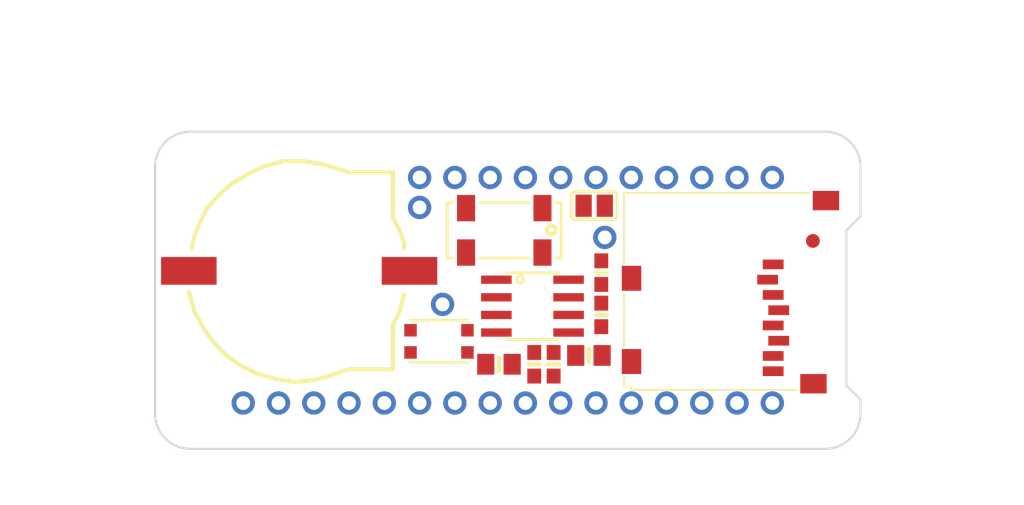
<source format=kicad_pcb>
(kicad_pcb (version 20221018) (generator pcbnew)
  (layers (0 "F.Cu" signal "Top") (31 "B.Cu" signal "Bottom") (34 "B.Paste" user) (35 "F.Paste" user) (36 "B.SilkS" user "B.Silkscreen") (37 "F.SilkS" user "F.Silkscreen") (38 "B.Mask" user) (39 "F.Mask" user) (44 "Edge.Cuts" user))
  (net 0 "")
  (net 1 "G")
  (net 2 "TX")
  (net 3 "RX")
  (net 4 "F")
  (net 5 "E")
  (net 6 "D")
  (net 7 "C")
  (net 8 "B")
  (net 9 "A")
  (net 10 "AREF")
  (net 11 "USB")
  (net 12 "N")
  (net 13 "M")
  (net 14 "L")
  (net 15 "J")
  (net 16 "I")
  (net 17 "H")
  (net 18 "SCL")
  (net 19 "SDA")
  (net 20 "GND")
  (net 21 "MOSI")
  (net 22 "MISO")
  (net 23 "SCK")
  (net 24 "+3V3")
  (net 25 "SD_CS")
  (net 26 "RESET")
  (net 27 "N$7")
  (net 28 "N$8")
  (net 29 "VBAT")
  (net 30 "EN")
  (net 31 "CR1220")
  (net 32 "INT1")
  (net 33 "CS")
  (net 34 "N$1")
  (footprint "MICROSD" (layer "F.Cu") (at 167.132 105.156 90)
    (fp_text reference "X4" hide)
    (fp_text value "microsd" hide)
    (fp_line (start -7.035 -9.76) (end -7.035 2.19) (stroke (width 0.127)) (layer "F.SilkS"))
    (fp_line (start -6.785 -10.26) (end -6.785 -9.76) (stroke (width 0.127)) (layer "F.SilkS"))
    (fp_line (start -6.785 -9.76) (end -7.035 -9.76) (stroke (width 0.127)) (layer "F.SilkS"))
    (fp_line (start -6.135 -10.26) (end -6.785 -10.26) (stroke (width 0.127)) (layer "F.SilkS"))
    (fp_line (start -3.835 -10.26) (end -0.135 -10.26) (stroke (width 0.127)) (layer "F.SilkS"))
    (fp_line (start 2.115 -10.26) (end 7.165 -10.26) (stroke (width 0.127)) (layer "F.SilkS"))
    (fp_line (start 7.165 -10.26) (end 7.165 3.09) (stroke (width 0.127)) (layer "F.SilkS"))
    (pad "1" smd rect locked (at 2.015 0.48 90) (size 0.7 1.5) (layers "F.Cu" "F.Paste" "F.Mask"))
    (pad "2" smd rect locked (at 0.915 0.08 90) (size 0.7 1.5) (layers "F.Cu" "F.Paste" "F.Mask") (net 25 "SD_CS"))
    (pad "3" smd rect locked (at -0.185 0.48 90) (size 0.7 1.5) (layers "F.Cu" "F.Paste" "F.Mask") (net 21 "MOSI"))
    (pad "4" smd rect locked (at -1.285 0.88 90) (size 0.7 1.5) (layers "F.Cu" "F.Paste" "F.Mask") (net 24 "+3V3"))
    (pad "5" smd rect locked (at -2.385 0.48 90) (size 0.7 1.5) (layers "F.Cu" "F.Paste" "F.Mask") (net 23 "SCK"))
    (pad "6" smd rect locked (at -3.485 0.88 90) (size 0.7 1.5) (layers "F.Cu" "F.Paste" "F.Mask") (net 20 "GND"))
    (pad "7" smd rect locked (at -4.585 0.48 90) (size 0.7 1.5) (layers "F.Cu" "F.Paste" "F.Mask") (net 22 "MISO"))
    (pad "8" smd rect locked (at -5.685 0.48 90) (size 0.7 1.5) (layers "F.Cu" "F.Paste" "F.Mask"))
    (pad "CD1" smd rect locked (at -4.985 -9.72 180) (size 1.4 1.8) (layers "F.Cu" "F.Paste" "F.Mask"))
    (pad "CD2" smd rect locked (at 1.015 -9.72 180) (size 1.4 1.8) (layers "F.Cu" "F.Paste" "F.Mask"))
    (pad "MT1" smd rect locked (at -6.585 3.38 90) (size 1.4 1.9) (layers "F.Cu" "F.Paste" "F.Mask") (net 20 "GND"))
    (pad "MT2" smd rect locked (at 6.615 4.28 90) (size 1.4 1.9) (layers "F.Cu" "F.Paste" "F.Mask") (net 20 "GND"))
  )
  (footprint "BTN_KMR2_4.6X2.8" (layer "F.Cu") (at 143.5481 108.6866 180)
    (fp_text reference "SW1" hide)
    (fp_text value "KMR2" hide)
    (fp_line (start -2.1 -1.5254) (end 2.1 -1.5254) (stroke (width 0.2032)) (layer "F.SilkS"))
    (fp_line (start 2.1 1.5254) (end -2.1 1.5254) (stroke (width 0.2032)) (layer "F.SilkS"))
    (pad "A" smd rect (at 2.05 -0.8 180) (size 0.9 0.9) (layers "F.Cu" "F.Paste" "F.Mask") (net 20 "GND"))
    (pad "A'" smd rect (at -2.05 -0.8 180) (size 0.9 0.9) (layers "F.Cu" "F.Paste" "F.Mask") (net 20 "GND"))
    (pad "B" smd rect (at 2.05 0.8 180) (size 0.9 0.9) (layers "F.Cu" "F.Paste" "F.Mask") (net 26 "RESET"))
    (pad "B'" smd rect (at -2.05 0.8 180) (size 0.9 0.9) (layers "F.Cu" "F.Paste" "F.Mask") (net 26 "RESET"))
  )
  (footprint "SOIC8_150MIL" (layer "F.Cu") (at 150.2791 106.1466 -90)
    (fp_text reference "IC1" hide)
    (fp_text value "PCF8523T" hide)
    (fp_line (start -2.4 1.9) (end -2.4 -1.9) (stroke (width 0.2032)) (layer "F.SilkS"))
    (fp_line (start 2.4 -1.9) (end 2.4 1.9) (stroke (width 0.2032)) (layer "F.SilkS"))
    (fp_circle (center -1.9304 0.889) (end -1.6764 0.889) (stroke (width 0.2032)) (fill none) (layer "F.SilkS"))
    (pad "1" smd rect (at -1.905 2.6 270) (size 0.6 2.2) (layers "F.Cu" "F.Paste" "F.Mask") (net 27 "N$7"))
    (pad "2" smd rect (at -0.635 2.6 270) (size 0.6 2.2) (layers "F.Cu" "F.Paste" "F.Mask") (net 28 "N$8"))
    (pad "3" smd rect (at 0.635 2.6 270) (size 0.6 2.2) (layers "F.Cu" "F.Paste" "F.Mask") (net 31 "CR1220"))
    (pad "4" smd rect (at 1.905 2.6 270) (size 0.6 2.2) (layers "F.Cu" "F.Paste" "F.Mask") (net 20 "GND"))
    (pad "5" smd rect (at 1.905 -2.6 270) (size 0.6 2.2) (layers "F.Cu" "F.Paste" "F.Mask") (net 19 "SDA"))
    (pad "6" smd rect (at 0.635 -2.6 270) (size 0.6 2.2) (layers "F.Cu" "F.Paste" "F.Mask") (net 18 "SCL"))
    (pad "7" smd rect (at -0.635 -2.6 270) (size 0.6 2.2) (layers "F.Cu" "F.Paste" "F.Mask") (net 32 "INT1"))
    (pad "8" smd rect (at -1.905 -2.6 270) (size 0.6 2.2) (layers "F.Cu" "F.Paste" "F.Mask") (net 34 "N$1"))
  )
  (footprint "CRYSTAL_8X3.8" (layer "F.Cu") (at 148.2471 100.6856)
    (fp_text reference "Y1" hide)
    (fp_text value "32khz" hide)
    (fp_line (start -4.1 -2) (end -4.1 2) (stroke (width 0.2032)) (layer "F.SilkS"))
    (fp_line (start -4.1 2) (end -3.7 2) (stroke (width 0.2032)) (layer "F.SilkS"))
    (fp_line (start -3.7 -2) (end -4.1 -2) (stroke (width 0.2032)) (layer "F.SilkS"))
    (fp_line (start -1.8 -2) (end 1.8 -2) (stroke (width 0.2032)) (layer "F.SilkS"))
    (fp_line (start -1.8 2) (end 1.8 2) (stroke (width 0.2032)) (layer "F.SilkS"))
    (fp_line (start 3.7 -2) (end 4.1 -2) (stroke (width 0.2032)) (layer "F.SilkS"))
    (fp_line (start 4.1 -2) (end 4.1 2) (stroke (width 0.2032)) (layer "F.SilkS"))
    (fp_line (start 4.1 2) (end 3.7 2) (stroke (width 0.2032)) (layer "F.SilkS"))
    (fp_circle (center 3.3782 -0.0254) (end 3.701487 -0.0254) (stroke (width 0.3048)) (fill none) (layer "F.SilkS"))
    (pad "P$1" smd rect (at -2.75 1.6) (size 1.3 1.9) (layers "F.Cu" "F.Paste" "F.Mask") (net 28 "N$8"))
    (pad "P$2" smd rect (at 2.75 1.6) (size 1.3 1.9) (layers "F.Cu" "F.Paste" "F.Mask"))
    (pad "P$3" smd rect (at 2.75 -1.6) (size 1.3 1.9) (layers "F.Cu" "F.Paste" "F.Mask"))
    (pad "P$4" smd rect (at -2.75 -1.6) (size 1.3 1.9) (layers "F.Cu" "F.Paste" "F.Mask") (net 27 "N$7"))
  )
  (footprint "0603-NO" (layer "F.Cu") (at 151.8031 110.3376 -90)
    (fp_text reference "R1" hide)
    (fp_text value "10K" hide)
    (fp_line (start 0 -0.4) (end 0 0.4) (stroke (width 0.3048)) (layer "F.SilkS"))
    (pad "1" smd rect (at -0.85 0 270) (size 1.075 1) (layers "F.Cu" "F.Paste" "F.Mask") (net 19 "SDA"))
    (pad "2" smd rect (at 0.85 0 270) (size 1.075 1) (layers "F.Cu" "F.Paste" "F.Mask") (net 24 "+3V3"))
  )
  (footprint "0603-NO" (layer "F.Cu") (at 150.4061 110.3376 -90)
    (fp_text reference "R2" hide)
    (fp_text value "10K" hide)
    (fp_line (start 0 -0.4) (end 0 0.4) (stroke (width 0.3048)) (layer "F.SilkS"))
    (pad "1" smd rect (at -0.85 0 270) (size 1.075 1) (layers "F.Cu" "F.Paste" "F.Mask") (net 18 "SCL"))
    (pad "2" smd rect (at 0.85 0 270) (size 1.075 1) (layers "F.Cu" "F.Paste" "F.Mask") (net 24 "+3V3"))
  )
  (footprint "0603-NO" (layer "F.Cu") (at 155.2321 103.7336 -90)
    (fp_text reference "R3" hide)
    (fp_text value "100K" hide)
    (fp_line (start 0 -0.4) (end 0 0.4) (stroke (width 0.3048)) (layer "F.SilkS"))
    (pad "1" smd rect (at -0.85 0 270) (size 1.075 1) (layers "F.Cu" "F.Paste" "F.Mask") (net 25 "SD_CS"))
    (pad "2" smd rect (at 0.85 0 270) (size 1.075 1) (layers "F.Cu" "F.Paste" "F.Mask") (net 24 "+3V3"))
  )
  (footprint "CR1220-2" (layer "F.Cu") (at 133.1341 103.6066)
    (fp_text reference "B1" hide)
    (fp_text value "cr1220" hide)
    (fp_line (start -7.6 1.5) (end -7.2 2.9) (stroke (width 0.3048)) (layer "F.SilkS"))
    (fp_line (start -7.4 -1.6) (end -7.2 -2.5) (stroke (width 0.3048)) (layer "F.SilkS"))
    (fp_line (start -7.2 -2.5) (end -6.8 -3.5) (stroke (width 0.3048)) (layer "F.SilkS"))
    (fp_line (start -7.2 2.9) (end -6.5 4.2) (stroke (width 0.3048)) (layer "F.SilkS"))
    (fp_line (start -6.8 -3.5) (end -6.3 -4.5) (stroke (width 0.3048)) (layer "F.SilkS"))
    (fp_line (start -6.5 4.2) (end -5.7 5.3) (stroke (width 0.3048)) (layer "F.SilkS"))
    (fp_line (start -6.3 -4.5) (end -5.4 -5.5) (stroke (width 0.3048)) (layer "F.SilkS"))
    (fp_line (start -5.7 5.3) (end -4.9 6.1) (stroke (width 0.3048)) (layer "F.SilkS"))
    (fp_line (start -5.4 -5.5) (end -4.5 -6.3) (stroke (width 0.3048)) (layer "F.SilkS"))
    (fp_line (start -4.9 6.1) (end -3.9 6.8) (stroke (width 0.3048)) (layer "F.SilkS"))
    (fp_line (start -4.5 -6.3) (end -3.3 -7) (stroke (width 0.3048)) (layer "F.SilkS"))
    (fp_line (start -3.9 6.8) (end -2.7 7.4) (stroke (width 0.3048)) (layer "F.SilkS"))
    (fp_line (start -3.3 -7) (end -2.3 -7.5) (stroke (width 0.3048)) (layer "F.SilkS"))
    (fp_line (start -2.7 7.4) (end -1.3 7.8) (stroke (width 0.3048)) (layer "F.SilkS"))
    (fp_line (start -2.3 -7.5) (end -0.8 -7.9) (stroke (width 0.3048)) (layer "F.SilkS"))
    (fp_line (start -1.3 7.8) (end 0 8) (stroke (width 0.3048)) (layer "F.SilkS"))
    (fp_line (start -0.8 -7.9) (end 0.7 -7.9) (stroke (width 0.3048)) (layer "F.SilkS"))
    (fp_line (start 0 8) (end 1.2 7.9) (stroke (width 0.3048)) (layer "F.SilkS"))
    (fp_line (start 0.7 -7.9) (end 2 -7.7) (stroke (width 0.3048)) (layer "F.SilkS"))
    (fp_line (start 1.2 7.9) (end 2.5 7.6) (stroke (width 0.3048)) (layer "F.SilkS"))
    (fp_line (start 2 -7.7) (end 3.9 -7.1) (stroke (width 0.3048)) (layer "F.SilkS"))
    (fp_line (start 2.4 7.6) (end 3.9 7.1) (stroke (width 0.3048)) (layer "F.SilkS"))
    (fp_line (start 3.95 -7.1) (end 7.1 -7.1) (stroke (width 0.3048)) (layer "F.SilkS"))
    (fp_line (start 3.95 7.1) (end 7.1 7.1) (stroke (width 0.3048)) (layer "F.SilkS"))
    (fp_line (start 7.1 -7.1) (end 7.1 -3.8) (stroke (width 0.3048)) (layer "F.SilkS"))
    (fp_line (start 7.1 -3.8) (end 7.6 -2.9) (stroke (width 0.3048)) (layer "F.SilkS"))
    (fp_line (start 7.1 3.9) (end 7.6 2.9) (stroke (width 0.3048)) (layer "F.SilkS"))
    (fp_line (start 7.1 7.1) (end 7.1 3.9) (stroke (width 0.3048)) (layer "F.SilkS"))
    (fp_line (start 7.6 -2.9) (end 7.9 -2) (stroke (width 0.3048)) (layer "F.SilkS"))
    (fp_line (start 7.6 2.9) (end 7.9 1.7) (stroke (width 0.3048)) (layer "F.SilkS"))
    (fp_line (start 7.9 -2) (end 7.9 -1.6) (stroke (width 0.3048)) (layer "F.SilkS"))
    (pad "" np_thru_hole circle locked (at -3.5 0) (size 1.5 1.5) (drill 1.5) (layers "*.Cu" "*.Mask"))
    (pad "" np_thru_hole circle locked (at 3.95 0) (size 1.5 1.5) (drill 1.5) (layers "*.Cu" "*.Mask"))
    (pad "+" smd rect locked (at 8.29 0) (size 4 2) (layers "F.Cu" "F.Paste" "F.Mask") (net 31 "CR1220"))
    (pad "-" smd rect locked (at -7.6 0) (size 4 2) (layers "F.Cu" "F.Paste" "F.Mask") (net 20 "GND"))
  )
  (footprint "0805-NO" (layer "F.Cu") (at 154.3431 109.7026 180)
    (fp_text reference "C1" hide)
    (fp_text value "10uF" hide)
    (fp_line (start 0 -0.508) (end 0 0.508) (stroke (width 0.3048)) (layer "F.SilkS"))
    (pad "1" smd rect (at -0.95 0 180) (size 1.24 1.5) (layers "F.Cu" "F.Paste" "F.Mask") (net 34 "N$1"))
    (pad "2" smd rect (at 0.95 0 180) (size 1.24 1.5) (layers "F.Cu" "F.Paste" "F.Mask") (net 20 "GND"))
  )
  (footprint "1X11_ROUND" (layer "F.Cu") (at 154.8511 96.8756)
    (fp_text reference "JP1" hide)
    (fp_text value "")
    (pad "1" thru_hole circle locked (at -12.7 0 90) (size 1.6764 1.6764) (drill 1) (layers "*.Cu" "*.Mask") (net 30 "EN"))
    (pad "2" thru_hole circle locked (at -10.16 0 90) (size 1.6764 1.6764) (drill 1) (layers "*.Cu" "*.Mask") (net 11 "USB"))
    (pad "3" thru_hole circle locked (at -7.62 0 90) (size 1.6764 1.6764) (drill 1) (layers "*.Cu" "*.Mask") (net 12 "N"))
    (pad "4" thru_hole circle locked (at -5.08 0 90) (size 1.6764 1.6764) (drill 1) (layers "*.Cu" "*.Mask") (net 13 "M"))
    (pad "5" thru_hole circle locked (at -2.54 0 90) (size 1.6764 1.6764) (drill 1) (layers "*.Cu" "*.Mask") (net 14 "L"))
    (pad "6" thru_hole circle locked (at 0 0 90) (size 1.6764 1.6764) (drill 1) (layers "*.Cu" "*.Mask") (net 33 "CS"))
    (pad "7" thru_hole circle locked (at 2.54 0 90) (size 1.6764 1.6764) (drill 1) (layers "*.Cu" "*.Mask") (net 15 "J"))
    (pad "8" thru_hole circle locked (at 5.08 0 90) (size 1.6764 1.6764) (drill 1) (layers "*.Cu" "*.Mask") (net 16 "I"))
    (pad "9" thru_hole circle locked (at 7.62 0 90) (size 1.6764 1.6764) (drill 1) (layers "*.Cu" "*.Mask") (net 17 "H"))
    (pad "10" thru_hole circle locked (at 10.16 0 90) (size 1.6764 1.6764) (drill 1) (layers "*.Cu" "*.Mask") (net 18 "SCL"))
    (pad "11" thru_hole circle locked (at 12.7 0 90) (size 1.6764 1.6764) (drill 1) (layers "*.Cu" "*.Mask") (net 19 "SDA"))
  )
  (footprint "1X16_ROUND" (layer "F.Cu") (at 148.5011 113.1316 180)
    (fp_text reference "JP2" hide)
    (fp_text value "")
    (pad "1" thru_hole circle locked (at -19.05 0 270) (size 1.6764 1.6764) (drill 1) (layers "*.Cu" "*.Mask") (net 1 "G"))
    (pad "2" thru_hole circle locked (at -16.51 0 270) (size 1.6764 1.6764) (drill 1) (layers "*.Cu" "*.Mask") (net 2 "TX"))
    (pad "3" thru_hole circle locked (at -13.97 0 270) (size 1.6764 1.6764) (drill 1) (layers "*.Cu" "*.Mask") (net 3 "RX"))
    (pad "4" thru_hole circle locked (at -11.43 0 270) (size 1.6764 1.6764) (drill 1) (layers "*.Cu" "*.Mask") (net 22 "MISO"))
    (pad "5" thru_hole circle locked (at -8.89 0 270) (size 1.6764 1.6764) (drill 1) (layers "*.Cu" "*.Mask") (net 21 "MOSI"))
    (pad "6" thru_hole circle locked (at -6.35 0 270) (size 1.6764 1.6764) (drill 1) (layers "*.Cu" "*.Mask") (net 23 "SCK"))
    (pad "7" thru_hole circle locked (at -3.81 0 270) (size 1.6764 1.6764) (drill 1) (layers "*.Cu" "*.Mask") (net 4 "F"))
    (pad "8" thru_hole circle locked (at -1.27 0 270) (size 1.6764 1.6764) (drill 1) (layers "*.Cu" "*.Mask") (net 5 "E"))
    (pad "9" thru_hole circle locked (at 1.27 0 270) (size 1.6764 1.6764) (drill 1) (layers "*.Cu" "*.Mask") (net 6 "D"))
    (pad "10" thru_hole circle locked (at 3.81 0 270) (size 1.6764 1.6764) (drill 1) (layers "*.Cu" "*.Mask") (net 7 "C"))
    (pad "11" thru_hole circle locked (at 6.35 0 270) (size 1.6764 1.6764) (drill 1) (layers "*.Cu" "*.Mask") (net 8 "B"))
    (pad "12" thru_hole circle locked (at 8.89 0 270) (size 1.6764 1.6764) (drill 1) (layers "*.Cu" "*.Mask") (net 9 "A"))
    (pad "13" thru_hole circle locked (at 11.43 0 270) (size 1.6764 1.6764) (drill 1) (layers "*.Cu" "*.Mask") (net 20 "GND"))
    (pad "14" thru_hole circle locked (at 13.97 0 270) (size 1.6764 1.6764) (drill 1) (layers "*.Cu" "*.Mask") (net 10 "AREF"))
    (pad "15" thru_hole circle locked (at 16.51 0 270) (size 1.6764 1.6764) (drill 1) (layers "*.Cu" "*.Mask") (net 24 "+3V3"))
    (pad "16" thru_hole circle locked (at 19.05 0 270) (size 1.6764 1.6764) (drill 1) (layers "*.Cu" "*.Mask") (net 26 "RESET"))
  )
  (footprint "1X01_ROUND" (layer "F.Cu") (at 142.1511 99.0346)
    (fp_text reference "JP3" hide)
    (fp_text value "")
    (pad "1" thru_hole circle locked (at 0 0 90) (size 1.6764 1.6764) (drill 1) (layers "*.Cu" "*.Mask") (net 29 "VBAT"))
  )
  (footprint "1X01_ROUND" (layer "F.Cu") (at 155.4861 101.1936)
    (fp_text reference "SDCS" hide)
    (fp_text value "")
    (pad "1" thru_hole circle (at 0 0 90) (size 1.6764 1.6764) (drill 1) (layers "*.Cu" "*.Mask") (net 25 "SD_CS"))
  )
  (footprint "SOLDERJUMPER_CLOSEDWIRE" (layer "F.Cu") (at 154.7241 98.9076)
    (fp_text reference "SJ1" hide)
    (fp_text value "")
    (fp_line (start -1.651 0.762) (end -1.651 -0.762) (stroke (width 0.2032)) (layer "F.SilkS"))
    (fp_line (start -1.397 -1.016) (end 1.397 -1.016) (stroke (width 0.2032)) (layer "F.SilkS"))
    (fp_line (start 1.397 1.016) (end -1.397 1.016) (stroke (width 0.2032)) (layer "F.SilkS"))
    (fp_line (start 1.651 0.762) (end 1.651 -0.762) (stroke (width 0.2032)) (layer "F.SilkS"))
    (fp_arc (start -1.651 -0.762) (mid -1.576605 -0.941605) (end -1.397 -1.016) (stroke (width 0.2032)) (layer "F.SilkS"))
    (fp_arc (start -1.397 1.016) (mid -1.576605 0.941605) (end -1.651 0.762) (stroke (width 0.2032)) (layer "F.SilkS"))
    (fp_arc (start 1.397 -1.016) (mid 1.576605 -0.941605) (end 1.651 -0.762) (stroke (width 0.2032)) (layer "F.SilkS"))
    (fp_arc (start 1.651 0.762) (mid 1.576605 0.941605) (end 1.397 1.016) (stroke (width 0.2032)) (layer "F.SilkS"))
    (pad "1" smd rect (at -0.762 0) (size 1.1684 1.6002) (layers "F.Cu" "F.Mask") (net 33 "CS"))
    (pad "2" smd rect (at 0.762 0) (size 1.1684 1.6002) (layers "F.Cu" "F.Mask") (net 25 "SD_CS"))
  )
  (footprint "1X01_ROUND" (layer "F.Cu") (at 143.8021 106.0196)
    (fp_text reference "INT1" hide)
    (fp_text value "")
    (pad "1" thru_hole circle (at 0 0 90) (size 1.6764 1.6764) (drill 1) (layers "*.Cu" "*.Mask") (net 32 "INT1"))
  )
  (footprint "FIDUCIAL_1MM" (layer "F.Cu") (at 170.4721 101.4476)
    (fp_text reference "FID1" hide)
    (fp_text value "FIDUCIAL_1MM" hide)
    (pad "1" smd roundrect (at 0 0) (size 1 1) (layers "F.Cu" "F.Mask") (roundrect_rratio 0.5))
  )
  (footprint "0603-NO" (layer "F.Cu") (at 155.2321 106.7816 -90)
    (fp_text reference "R4" hide)
    (fp_text value "1K" hide)
    (fp_line (start 0 -0.4) (end 0 0.4) (stroke (width 0.3048)) (layer "F.SilkS"))
    (pad "1" smd rect (at -0.85 0 270) (size 1.075 1) (layers "F.Cu" "F.Paste" "F.Mask") (net 24 "+3V3"))
    (pad "2" smd rect (at 0.85 0 270) (size 1.075 1) (layers "F.Cu" "F.Paste" "F.Mask") (net 34 "N$1"))
  )
  (footprint "0805-NO" (layer "F.Cu") (at 147.8661 110.3376 180)
    (fp_text reference "C2" hide)
    (fp_text value "10uF" hide)
    (fp_line (start 0 -0.508) (end 0 0.508) (stroke (width 0.3048)) (layer "F.SilkS"))
    (pad "1" smd rect (at -0.95 0 180) (size 1.24 1.5) (layers "F.Cu" "F.Paste" "F.Mask") (net 24 "+3V3"))
    (pad "2" smd rect (at 0.95 0 180) (size 1.24 1.5) (layers "F.Cu" "F.Paste" "F.Mask") (net 20 "GND"))
  )
  (gr_line (start 172.8851 100.6856) (end 172.8851 111.8616) (stroke (width 0.15)) (layer "Edge.Cuts"))
  (gr_arc (start 173.9011 113.8936) (mid 173.157151 115.689651) (end 171.3611 116.4336) (stroke (width 0.15)) (layer "Edge.Cuts"))
  (gr_line (start 173.9011 99.6696) (end 172.8851 100.6856) (stroke (width 0.15)) (layer "Edge.Cuts"))
  (gr_arc (start 125.6411 116.4336) (mid 123.845049 115.689651) (end 123.1011 113.8936) (stroke (width 0.15)) (layer "Edge.Cuts"))
  (gr_line (start 172.8851 111.8616) (end 173.9011 112.8776) (stroke (width 0.15)) (layer "Edge.Cuts"))
  (gr_line (start 123.1011 113.8936) (end 123.1011 96.1136) (stroke (width 0.15)) (layer "Edge.Cuts"))
  (gr_line (start 173.9011 112.8776) (end 173.9011 113.8936) (stroke (width 0.15)) (layer "Edge.Cuts"))
  (gr_line (start 171.3611 93.5736) (end 125.6411 93.5736) (stroke (width 0.15)) (layer "Edge.Cuts"))
  (gr_arc (start 123.1011 96.1136) (mid 123.845049 94.317549) (end 125.6411 93.5736) (stroke (width 0.15)) (layer "Edge.Cuts"))
  (gr_arc (start 171.3611 93.5736) (mid 173.157151 94.317549) (end 173.9011 96.1136) (stroke (width 0.15)) (layer "Edge.Cuts"))
  (gr_line (start 171.3611 116.4336) (end 125.6411 116.4336) (stroke (width 0.15)) (layer "Edge.Cuts"))
  (gr_line (start 173.9011 96.1136) (end 173.9011 99.6696) (stroke (width 0.15)) (layer "Edge.Cuts"))
)
</source>
